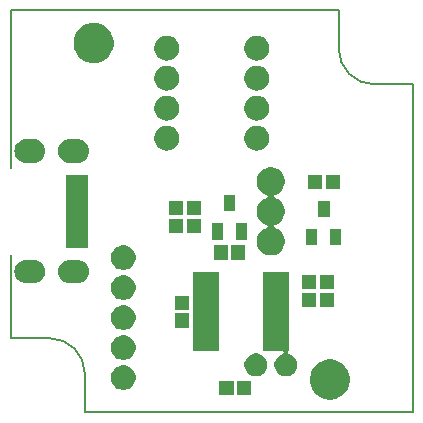
<source format=gbs>
G04 #@! TF.GenerationSoftware,KiCad,Pcbnew,5.0.1*
G04 #@! TF.CreationDate,2019-01-10T18:43:16+01:00*
G04 #@! TF.ProjectId,arachnorepel,61726163686E6F726570656C2E6B6963,rev?*
G04 #@! TF.SameCoordinates,Original*
G04 #@! TF.FileFunction,Soldermask,Bot*
G04 #@! TF.FilePolarity,Negative*
%FSLAX46Y46*%
G04 Gerber Fmt 4.6, Leading zero omitted, Abs format (unit mm)*
G04 Created by KiCad (PCBNEW 5.0.1) date Do 10 Jan 2019 18:43:16 CET*
%MOMM*%
%LPD*%
G01*
G04 APERTURE LIST*
%ADD10C,0.150000*%
%ADD11C,0.100000*%
G04 APERTURE END LIST*
D10*
X83000000Y-110750000D02*
X83000000Y-103700000D01*
X110750000Y-86250000D02*
G75*
G03X113750000Y-89250000I3000000J0D01*
G01*
X89250000Y-113750000D02*
G75*
G03X86250000Y-110750000I-3000000J0D01*
G01*
X89250000Y-113750000D02*
X89250000Y-117000000D01*
X83000000Y-110750000D02*
X86250000Y-110750000D01*
X110750000Y-86250000D02*
X110750000Y-83000000D01*
X117000000Y-89250000D02*
X113750000Y-89250000D01*
X83000000Y-96300000D02*
X83000000Y-83000000D01*
X117000000Y-117000000D02*
X89250000Y-117000000D01*
X117000000Y-89250000D02*
X117000000Y-117000000D01*
X83000000Y-83000000D02*
X110750000Y-83000000D01*
D11*
G36*
X110331628Y-112582792D02*
X110495834Y-112615455D01*
X110623973Y-112668532D01*
X110805189Y-112743594D01*
X111083607Y-112929627D01*
X111320373Y-113166393D01*
X111506406Y-113444811D01*
X111576171Y-113613239D01*
X111631674Y-113747234D01*
X111634545Y-113754167D01*
X111699870Y-114082576D01*
X111699870Y-114417424D01*
X111634545Y-114745833D01*
X111506406Y-115055189D01*
X111320373Y-115333607D01*
X111083607Y-115570373D01*
X110805189Y-115756406D01*
X110623973Y-115831468D01*
X110495834Y-115884545D01*
X110331628Y-115917208D01*
X110167424Y-115949870D01*
X109832576Y-115949870D01*
X109668372Y-115917208D01*
X109504166Y-115884545D01*
X109376027Y-115831468D01*
X109194811Y-115756406D01*
X108916393Y-115570373D01*
X108679627Y-115333607D01*
X108493594Y-115055189D01*
X108365455Y-114745833D01*
X108300130Y-114417424D01*
X108300130Y-114082576D01*
X108365455Y-113754167D01*
X108368327Y-113747234D01*
X108423829Y-113613239D01*
X108493594Y-113444811D01*
X108679627Y-113166393D01*
X108916393Y-112929627D01*
X109194811Y-112743594D01*
X109376027Y-112668532D01*
X109504166Y-112615455D01*
X109668372Y-112582792D01*
X109832576Y-112550130D01*
X110167424Y-112550130D01*
X110331628Y-112582792D01*
X110331628Y-112582792D01*
G37*
G36*
X103350000Y-115600000D02*
X102150000Y-115600000D01*
X102150000Y-114400000D01*
X103350000Y-114400000D01*
X103350000Y-115600000D01*
X103350000Y-115600000D01*
G37*
G36*
X101850000Y-115600000D02*
X100650000Y-115600000D01*
X100650000Y-114400000D01*
X101850000Y-114400000D01*
X101850000Y-115600000D01*
X101850000Y-115600000D01*
G37*
G36*
X92625888Y-113034470D02*
X92806274Y-113070350D01*
X92997362Y-113149502D01*
X93169336Y-113264411D01*
X93315589Y-113410664D01*
X93430498Y-113582638D01*
X93509650Y-113773726D01*
X93550000Y-113976584D01*
X93550000Y-114183416D01*
X93509650Y-114386274D01*
X93430498Y-114577362D01*
X93315589Y-114749336D01*
X93169336Y-114895589D01*
X92997362Y-115010498D01*
X92806274Y-115089650D01*
X92625888Y-115125530D01*
X92603417Y-115130000D01*
X92396583Y-115130000D01*
X92374112Y-115125530D01*
X92193726Y-115089650D01*
X92002638Y-115010498D01*
X91830664Y-114895589D01*
X91684411Y-114749336D01*
X91569502Y-114577362D01*
X91490350Y-114386274D01*
X91450000Y-114183416D01*
X91450000Y-113976584D01*
X91490350Y-113773726D01*
X91569502Y-113582638D01*
X91684411Y-113410664D01*
X91830664Y-113264411D01*
X92002638Y-113149502D01*
X92193726Y-113070350D01*
X92374112Y-113034470D01*
X92396583Y-113030000D01*
X92603417Y-113030000D01*
X92625888Y-113034470D01*
X92625888Y-113034470D01*
G37*
G36*
X104010603Y-112074968D02*
X104010606Y-112074969D01*
X104010605Y-112074969D01*
X104185678Y-112147486D01*
X104185679Y-112147487D01*
X104343241Y-112252767D01*
X104477233Y-112386759D01*
X104477234Y-112386761D01*
X104582514Y-112544322D01*
X104601434Y-112590000D01*
X104655032Y-112719397D01*
X104692000Y-112905250D01*
X104692000Y-113094750D01*
X104655032Y-113280603D01*
X104655031Y-113280605D01*
X104582514Y-113455678D01*
X104582513Y-113455679D01*
X104477233Y-113613241D01*
X104343241Y-113747233D01*
X104303587Y-113773729D01*
X104185678Y-113852514D01*
X104050266Y-113908603D01*
X104010603Y-113925032D01*
X103824750Y-113962000D01*
X103635250Y-113962000D01*
X103449397Y-113925032D01*
X103409734Y-113908603D01*
X103274322Y-113852514D01*
X103156413Y-113773729D01*
X103116759Y-113747233D01*
X102982767Y-113613241D01*
X102877487Y-113455679D01*
X102877486Y-113455678D01*
X102804969Y-113280605D01*
X102804968Y-113280603D01*
X102768000Y-113094750D01*
X102768000Y-112905250D01*
X102804968Y-112719397D01*
X102858566Y-112590000D01*
X102877486Y-112544322D01*
X102982766Y-112386761D01*
X102982767Y-112386759D01*
X103116759Y-112252767D01*
X103274321Y-112147487D01*
X103274322Y-112147486D01*
X103449395Y-112074969D01*
X103449394Y-112074969D01*
X103449397Y-112074968D01*
X103635250Y-112038000D01*
X103824750Y-112038000D01*
X104010603Y-112074968D01*
X104010603Y-112074968D01*
G37*
G36*
X106560000Y-111825303D02*
X106538689Y-111827402D01*
X106515240Y-111834515D01*
X106493629Y-111846066D01*
X106474687Y-111861612D01*
X106459141Y-111880554D01*
X106447590Y-111902165D01*
X106440477Y-111925614D01*
X106438075Y-111950000D01*
X106440477Y-111974386D01*
X106447590Y-111997835D01*
X106459141Y-112019446D01*
X106474687Y-112038388D01*
X106493629Y-112053934D01*
X106515240Y-112065485D01*
X106538689Y-112072598D01*
X106550603Y-112074968D01*
X106550606Y-112074969D01*
X106550605Y-112074969D01*
X106725678Y-112147486D01*
X106725679Y-112147487D01*
X106883241Y-112252767D01*
X107017233Y-112386759D01*
X107017234Y-112386761D01*
X107122514Y-112544322D01*
X107141434Y-112590000D01*
X107195032Y-112719397D01*
X107232000Y-112905250D01*
X107232000Y-113094750D01*
X107195032Y-113280603D01*
X107195031Y-113280605D01*
X107122514Y-113455678D01*
X107122513Y-113455679D01*
X107017233Y-113613241D01*
X106883241Y-113747233D01*
X106843587Y-113773729D01*
X106725678Y-113852514D01*
X106590266Y-113908603D01*
X106550603Y-113925032D01*
X106364750Y-113962000D01*
X106175250Y-113962000D01*
X105989397Y-113925032D01*
X105949734Y-113908603D01*
X105814322Y-113852514D01*
X105696413Y-113773729D01*
X105656759Y-113747233D01*
X105522767Y-113613241D01*
X105417487Y-113455679D01*
X105417486Y-113455678D01*
X105344969Y-113280605D01*
X105344968Y-113280603D01*
X105308000Y-113094750D01*
X105308000Y-112905250D01*
X105344968Y-112719397D01*
X105398566Y-112590000D01*
X105417486Y-112544322D01*
X105522766Y-112386761D01*
X105522767Y-112386759D01*
X105656759Y-112252767D01*
X105814321Y-112147487D01*
X105814322Y-112147486D01*
X105989395Y-112074969D01*
X105989394Y-112074969D01*
X105989397Y-112074968D01*
X106001311Y-112072598D01*
X106024760Y-112065485D01*
X106046371Y-112053934D01*
X106065313Y-112038389D01*
X106080858Y-112019447D01*
X106092410Y-111997836D01*
X106099523Y-111974387D01*
X106101925Y-111950001D01*
X106099523Y-111925614D01*
X106092410Y-111902165D01*
X106080859Y-111880554D01*
X106065314Y-111861612D01*
X106046372Y-111846067D01*
X106024761Y-111834515D01*
X106001312Y-111827402D01*
X105976925Y-111825000D01*
X104380000Y-111825000D01*
X104380000Y-105175000D01*
X106560000Y-105175000D01*
X106560000Y-111825303D01*
X106560000Y-111825303D01*
G37*
G36*
X92625888Y-110494470D02*
X92806274Y-110530350D01*
X92997362Y-110609502D01*
X93169336Y-110724411D01*
X93315589Y-110870664D01*
X93430498Y-111042638D01*
X93509650Y-111233726D01*
X93550000Y-111436584D01*
X93550000Y-111643416D01*
X93509650Y-111846274D01*
X93430498Y-112037362D01*
X93315589Y-112209336D01*
X93169336Y-112355589D01*
X92997362Y-112470498D01*
X92806274Y-112549650D01*
X92625888Y-112585530D01*
X92603417Y-112590000D01*
X92396583Y-112590000D01*
X92374112Y-112585530D01*
X92193726Y-112549650D01*
X92002638Y-112470498D01*
X91830664Y-112355589D01*
X91684411Y-112209336D01*
X91569502Y-112037362D01*
X91490350Y-111846274D01*
X91450000Y-111643416D01*
X91450000Y-111436584D01*
X91490350Y-111233726D01*
X91569502Y-111042638D01*
X91684411Y-110870664D01*
X91830664Y-110724411D01*
X92002638Y-110609502D01*
X92193726Y-110530350D01*
X92374112Y-110494470D01*
X92396583Y-110490000D01*
X92603417Y-110490000D01*
X92625888Y-110494470D01*
X92625888Y-110494470D01*
G37*
G36*
X100620000Y-111825000D02*
X98440000Y-111825000D01*
X98440000Y-105175000D01*
X100620000Y-105175000D01*
X100620000Y-111825000D01*
X100620000Y-111825000D01*
G37*
G36*
X92625888Y-107954470D02*
X92806274Y-107990350D01*
X92997362Y-108069502D01*
X93169336Y-108184411D01*
X93315589Y-108330664D01*
X93430498Y-108502638D01*
X93509650Y-108693726D01*
X93550000Y-108896584D01*
X93550000Y-109103416D01*
X93509650Y-109306274D01*
X93430498Y-109497362D01*
X93315589Y-109669336D01*
X93169336Y-109815589D01*
X92997362Y-109930498D01*
X92806274Y-110009650D01*
X92625888Y-110045530D01*
X92603417Y-110050000D01*
X92396583Y-110050000D01*
X92374112Y-110045530D01*
X92193726Y-110009650D01*
X92002638Y-109930498D01*
X91830664Y-109815589D01*
X91684411Y-109669336D01*
X91569502Y-109497362D01*
X91490350Y-109306274D01*
X91450000Y-109103416D01*
X91450000Y-108896584D01*
X91490350Y-108693726D01*
X91569502Y-108502638D01*
X91684411Y-108330664D01*
X91830664Y-108184411D01*
X92002638Y-108069502D01*
X92193726Y-107990350D01*
X92374112Y-107954470D01*
X92396583Y-107950000D01*
X92603417Y-107950000D01*
X92625888Y-107954470D01*
X92625888Y-107954470D01*
G37*
G36*
X98100000Y-109850000D02*
X96900000Y-109850000D01*
X96900000Y-108650000D01*
X98100000Y-108650000D01*
X98100000Y-109850000D01*
X98100000Y-109850000D01*
G37*
G36*
X98100000Y-108350000D02*
X96900000Y-108350000D01*
X96900000Y-107150000D01*
X98100000Y-107150000D01*
X98100000Y-108350000D01*
X98100000Y-108350000D01*
G37*
G36*
X110350000Y-108100000D02*
X109150000Y-108100000D01*
X109150000Y-106900000D01*
X110350000Y-106900000D01*
X110350000Y-108100000D01*
X110350000Y-108100000D01*
G37*
G36*
X108850000Y-108100000D02*
X107650000Y-108100000D01*
X107650000Y-106900000D01*
X108850000Y-106900000D01*
X108850000Y-108100000D01*
X108850000Y-108100000D01*
G37*
G36*
X92625888Y-105414470D02*
X92806274Y-105450350D01*
X92997362Y-105529502D01*
X93169336Y-105644411D01*
X93315589Y-105790664D01*
X93430498Y-105962638D01*
X93509650Y-106153726D01*
X93550000Y-106356584D01*
X93550000Y-106563416D01*
X93509650Y-106766274D01*
X93430498Y-106957362D01*
X93315589Y-107129336D01*
X93169336Y-107275589D01*
X92997362Y-107390498D01*
X92806274Y-107469650D01*
X92625888Y-107505530D01*
X92603417Y-107510000D01*
X92396583Y-107510000D01*
X92374112Y-107505530D01*
X92193726Y-107469650D01*
X92002638Y-107390498D01*
X91830664Y-107275589D01*
X91684411Y-107129336D01*
X91569502Y-106957362D01*
X91490350Y-106766274D01*
X91450000Y-106563416D01*
X91450000Y-106356584D01*
X91490350Y-106153726D01*
X91569502Y-105962638D01*
X91684411Y-105790664D01*
X91830664Y-105644411D01*
X92002638Y-105529502D01*
X92193726Y-105450350D01*
X92374112Y-105414470D01*
X92396583Y-105410000D01*
X92603417Y-105410000D01*
X92625888Y-105414470D01*
X92625888Y-105414470D01*
G37*
G36*
X108850000Y-106600000D02*
X107650000Y-106600000D01*
X107650000Y-105400000D01*
X108850000Y-105400000D01*
X108850000Y-106600000D01*
X108850000Y-106600000D01*
G37*
G36*
X110350000Y-106600000D02*
X109150000Y-106600000D01*
X109150000Y-105400000D01*
X110350000Y-105400000D01*
X110350000Y-106600000D01*
X110350000Y-106600000D01*
G37*
G36*
X85096030Y-104114469D02*
X85096033Y-104114470D01*
X85096034Y-104114470D01*
X85284535Y-104171651D01*
X85284537Y-104171652D01*
X85458260Y-104264509D01*
X85610528Y-104389472D01*
X85735491Y-104541740D01*
X85735492Y-104541742D01*
X85828349Y-104715465D01*
X85885530Y-104903966D01*
X85885531Y-104903970D01*
X85904838Y-105100000D01*
X85885531Y-105296030D01*
X85885530Y-105296033D01*
X85885530Y-105296034D01*
X85838719Y-105450351D01*
X85828348Y-105484537D01*
X85735491Y-105658260D01*
X85610528Y-105810528D01*
X85458260Y-105935491D01*
X85384344Y-105975000D01*
X85284535Y-106028349D01*
X85096034Y-106085530D01*
X85096033Y-106085530D01*
X85096030Y-106085531D01*
X84949124Y-106100000D01*
X84250876Y-106100000D01*
X84103970Y-106085531D01*
X84103967Y-106085530D01*
X84103966Y-106085530D01*
X83915465Y-106028349D01*
X83815656Y-105975000D01*
X83741740Y-105935491D01*
X83589472Y-105810528D01*
X83464509Y-105658260D01*
X83371652Y-105484537D01*
X83361282Y-105450351D01*
X83314470Y-105296034D01*
X83314470Y-105296033D01*
X83314469Y-105296030D01*
X83295162Y-105100000D01*
X83314469Y-104903970D01*
X83314470Y-104903966D01*
X83371651Y-104715465D01*
X83464508Y-104541742D01*
X83464509Y-104541740D01*
X83589472Y-104389472D01*
X83741740Y-104264509D01*
X83915463Y-104171652D01*
X83915465Y-104171651D01*
X84103966Y-104114470D01*
X84103967Y-104114470D01*
X84103970Y-104114469D01*
X84250876Y-104100000D01*
X84949124Y-104100000D01*
X85096030Y-104114469D01*
X85096030Y-104114469D01*
G37*
G36*
X88796030Y-104114469D02*
X88796033Y-104114470D01*
X88796034Y-104114470D01*
X88984535Y-104171651D01*
X88984537Y-104171652D01*
X89158260Y-104264509D01*
X89310528Y-104389472D01*
X89435491Y-104541740D01*
X89435492Y-104541742D01*
X89528349Y-104715465D01*
X89585530Y-104903966D01*
X89585531Y-104903970D01*
X89604838Y-105100000D01*
X89585531Y-105296030D01*
X89585530Y-105296033D01*
X89585530Y-105296034D01*
X89538719Y-105450351D01*
X89528348Y-105484537D01*
X89435491Y-105658260D01*
X89310528Y-105810528D01*
X89158260Y-105935491D01*
X89084344Y-105975000D01*
X88984535Y-106028349D01*
X88796034Y-106085530D01*
X88796033Y-106085530D01*
X88796030Y-106085531D01*
X88649124Y-106100000D01*
X87950876Y-106100000D01*
X87803970Y-106085531D01*
X87803967Y-106085530D01*
X87803966Y-106085530D01*
X87615465Y-106028349D01*
X87515656Y-105975000D01*
X87441740Y-105935491D01*
X87289472Y-105810528D01*
X87164509Y-105658260D01*
X87071652Y-105484537D01*
X87061282Y-105450351D01*
X87014470Y-105296034D01*
X87014470Y-105296033D01*
X87014469Y-105296030D01*
X86995162Y-105100000D01*
X87014469Y-104903970D01*
X87014470Y-104903966D01*
X87071651Y-104715465D01*
X87164508Y-104541742D01*
X87164509Y-104541740D01*
X87289472Y-104389472D01*
X87441740Y-104264509D01*
X87615463Y-104171652D01*
X87615465Y-104171651D01*
X87803966Y-104114470D01*
X87803967Y-104114470D01*
X87803970Y-104114469D01*
X87950876Y-104100000D01*
X88649124Y-104100000D01*
X88796030Y-104114469D01*
X88796030Y-104114469D01*
G37*
G36*
X92625888Y-102874470D02*
X92806274Y-102910350D01*
X92997362Y-102989502D01*
X93169336Y-103104411D01*
X93315589Y-103250664D01*
X93430498Y-103422638D01*
X93509650Y-103613726D01*
X93550000Y-103816584D01*
X93550000Y-104023416D01*
X93509650Y-104226274D01*
X93430498Y-104417362D01*
X93315589Y-104589336D01*
X93169336Y-104735589D01*
X92997362Y-104850498D01*
X92806274Y-104929650D01*
X92625888Y-104965530D01*
X92603417Y-104970000D01*
X92396583Y-104970000D01*
X92374112Y-104965530D01*
X92193726Y-104929650D01*
X92002638Y-104850498D01*
X91830664Y-104735589D01*
X91684411Y-104589336D01*
X91569502Y-104417362D01*
X91490350Y-104226274D01*
X91450000Y-104023416D01*
X91450000Y-103816584D01*
X91490350Y-103613726D01*
X91569502Y-103422638D01*
X91684411Y-103250664D01*
X91830664Y-103104411D01*
X92002638Y-102989502D01*
X92193726Y-102910350D01*
X92374112Y-102874470D01*
X92396583Y-102870000D01*
X92603417Y-102870000D01*
X92625888Y-102874470D01*
X92625888Y-102874470D01*
G37*
G36*
X102850000Y-104100000D02*
X101650000Y-104100000D01*
X101650000Y-102900000D01*
X102850000Y-102900000D01*
X102850000Y-104100000D01*
X102850000Y-104100000D01*
G37*
G36*
X101350000Y-104100000D02*
X100150000Y-104100000D01*
X100150000Y-102900000D01*
X101350000Y-102900000D01*
X101350000Y-104100000D01*
X101350000Y-104100000D01*
G37*
G36*
X105349876Y-96306605D02*
X105568172Y-96397026D01*
X105764633Y-96528297D01*
X105931703Y-96695367D01*
X106062974Y-96891828D01*
X106153395Y-97110124D01*
X106199490Y-97341859D01*
X106199490Y-97578141D01*
X106153395Y-97809876D01*
X106062974Y-98028172D01*
X105931703Y-98224633D01*
X105764633Y-98391703D01*
X105568172Y-98522974D01*
X105347173Y-98614515D01*
X105325563Y-98626066D01*
X105306621Y-98641612D01*
X105291075Y-98660554D01*
X105279524Y-98682165D01*
X105272411Y-98705614D01*
X105270009Y-98730000D01*
X105272411Y-98754386D01*
X105279524Y-98777836D01*
X105291075Y-98799446D01*
X105306621Y-98818388D01*
X105325563Y-98833934D01*
X105347173Y-98845485D01*
X105568172Y-98937026D01*
X105764633Y-99068297D01*
X105931703Y-99235367D01*
X106062974Y-99431828D01*
X106153395Y-99650124D01*
X106199490Y-99881859D01*
X106199490Y-100118141D01*
X106153395Y-100349876D01*
X106062974Y-100568172D01*
X105931703Y-100764633D01*
X105764633Y-100931703D01*
X105568172Y-101062974D01*
X105347173Y-101154515D01*
X105325563Y-101166066D01*
X105306621Y-101181612D01*
X105291075Y-101200554D01*
X105279524Y-101222165D01*
X105272411Y-101245614D01*
X105270009Y-101270000D01*
X105272411Y-101294386D01*
X105279524Y-101317836D01*
X105291075Y-101339446D01*
X105306621Y-101358388D01*
X105325563Y-101373934D01*
X105347173Y-101385485D01*
X105568172Y-101477026D01*
X105764633Y-101608297D01*
X105931703Y-101775367D01*
X106062974Y-101971828D01*
X106153395Y-102190124D01*
X106199490Y-102421859D01*
X106199490Y-102658141D01*
X106153395Y-102889876D01*
X106062974Y-103108172D01*
X105931703Y-103304633D01*
X105764633Y-103471703D01*
X105568172Y-103602974D01*
X105349876Y-103693395D01*
X105118141Y-103739490D01*
X104881859Y-103739490D01*
X104650124Y-103693395D01*
X104431828Y-103602974D01*
X104235367Y-103471703D01*
X104068297Y-103304633D01*
X103937026Y-103108172D01*
X103846605Y-102889876D01*
X103800510Y-102658141D01*
X103800510Y-102421859D01*
X103846605Y-102190124D01*
X103937026Y-101971828D01*
X104068297Y-101775367D01*
X104235367Y-101608297D01*
X104431828Y-101477026D01*
X104652827Y-101385485D01*
X104674437Y-101373934D01*
X104693379Y-101358388D01*
X104708925Y-101339446D01*
X104720476Y-101317835D01*
X104727589Y-101294386D01*
X104729991Y-101270000D01*
X104727589Y-101245614D01*
X104720476Y-101222164D01*
X104708925Y-101200554D01*
X104693379Y-101181612D01*
X104674437Y-101166066D01*
X104652827Y-101154515D01*
X104431828Y-101062974D01*
X104235367Y-100931703D01*
X104068297Y-100764633D01*
X103937026Y-100568172D01*
X103846605Y-100349876D01*
X103800510Y-100118141D01*
X103800510Y-99881859D01*
X103846605Y-99650124D01*
X103937026Y-99431828D01*
X104068297Y-99235367D01*
X104235367Y-99068297D01*
X104431828Y-98937026D01*
X104652827Y-98845485D01*
X104674437Y-98833934D01*
X104693379Y-98818388D01*
X104708925Y-98799446D01*
X104720476Y-98777835D01*
X104727589Y-98754386D01*
X104729991Y-98730000D01*
X104727589Y-98705614D01*
X104720476Y-98682164D01*
X104708925Y-98660554D01*
X104693379Y-98641612D01*
X104674437Y-98626066D01*
X104652827Y-98614515D01*
X104431828Y-98522974D01*
X104235367Y-98391703D01*
X104068297Y-98224633D01*
X103937026Y-98028172D01*
X103846605Y-97809876D01*
X103800510Y-97578141D01*
X103800510Y-97341859D01*
X103846605Y-97110124D01*
X103937026Y-96891828D01*
X104068297Y-96695367D01*
X104235367Y-96528297D01*
X104431828Y-96397026D01*
X104650124Y-96306605D01*
X104881859Y-96260510D01*
X105118141Y-96260510D01*
X105349876Y-96306605D01*
X105349876Y-96306605D01*
G37*
G36*
X89550000Y-103100000D02*
X87650000Y-103100000D01*
X87650000Y-96900000D01*
X89550000Y-96900000D01*
X89550000Y-103100000D01*
X89550000Y-103100000D01*
G37*
G36*
X108949430Y-102899260D02*
X107998250Y-102899260D01*
X107998250Y-101498500D01*
X108949430Y-101498500D01*
X108949430Y-102899260D01*
X108949430Y-102899260D01*
G37*
G36*
X110976350Y-102899260D02*
X110025170Y-102899260D01*
X110025170Y-101498500D01*
X110976350Y-101498500D01*
X110976350Y-102899260D01*
X110976350Y-102899260D01*
G37*
G36*
X100949430Y-102399260D02*
X99998250Y-102399260D01*
X99998250Y-100998500D01*
X100949430Y-100998500D01*
X100949430Y-102399260D01*
X100949430Y-102399260D01*
G37*
G36*
X102976350Y-102399260D02*
X102025170Y-102399260D01*
X102025170Y-100998500D01*
X102976350Y-100998500D01*
X102976350Y-102399260D01*
X102976350Y-102399260D01*
G37*
G36*
X97600000Y-101850000D02*
X96400000Y-101850000D01*
X96400000Y-100650000D01*
X97600000Y-100650000D01*
X97600000Y-101850000D01*
X97600000Y-101850000D01*
G37*
G36*
X99100000Y-101850000D02*
X97900000Y-101850000D01*
X97900000Y-100650000D01*
X99100000Y-100650000D01*
X99100000Y-101850000D01*
X99100000Y-101850000D01*
G37*
G36*
X109975590Y-100501500D02*
X109024410Y-100501500D01*
X109024410Y-99100740D01*
X109975590Y-99100740D01*
X109975590Y-100501500D01*
X109975590Y-100501500D01*
G37*
G36*
X99100000Y-100350000D02*
X97900000Y-100350000D01*
X97900000Y-99150000D01*
X99100000Y-99150000D01*
X99100000Y-100350000D01*
X99100000Y-100350000D01*
G37*
G36*
X97600000Y-100350000D02*
X96400000Y-100350000D01*
X96400000Y-99150000D01*
X97600000Y-99150000D01*
X97600000Y-100350000D01*
X97600000Y-100350000D01*
G37*
G36*
X101975590Y-100001500D02*
X101024410Y-100001500D01*
X101024410Y-98600740D01*
X101975590Y-98600740D01*
X101975590Y-100001500D01*
X101975590Y-100001500D01*
G37*
G36*
X109350000Y-98100000D02*
X108150000Y-98100000D01*
X108150000Y-96900000D01*
X109350000Y-96900000D01*
X109350000Y-98100000D01*
X109350000Y-98100000D01*
G37*
G36*
X110850000Y-98100000D02*
X109650000Y-98100000D01*
X109650000Y-96900000D01*
X110850000Y-96900000D01*
X110850000Y-98100000D01*
X110850000Y-98100000D01*
G37*
G36*
X88796030Y-93914469D02*
X88796033Y-93914470D01*
X88796034Y-93914470D01*
X88984535Y-93971651D01*
X88984537Y-93971652D01*
X89158260Y-94064509D01*
X89310528Y-94189472D01*
X89435491Y-94341740D01*
X89435492Y-94341742D01*
X89528349Y-94515465D01*
X89585530Y-94703966D01*
X89585531Y-94703970D01*
X89604838Y-94900000D01*
X89585531Y-95096030D01*
X89528348Y-95284537D01*
X89435491Y-95458260D01*
X89310528Y-95610528D01*
X89158260Y-95735491D01*
X89158258Y-95735492D01*
X88984535Y-95828349D01*
X88796034Y-95885530D01*
X88796033Y-95885530D01*
X88796030Y-95885531D01*
X88649124Y-95900000D01*
X87950876Y-95900000D01*
X87803970Y-95885531D01*
X87803967Y-95885530D01*
X87803966Y-95885530D01*
X87615465Y-95828349D01*
X87441742Y-95735492D01*
X87441740Y-95735491D01*
X87289472Y-95610528D01*
X87164509Y-95458260D01*
X87071652Y-95284537D01*
X87014469Y-95096030D01*
X86995162Y-94900000D01*
X87014469Y-94703970D01*
X87014470Y-94703966D01*
X87071651Y-94515465D01*
X87164508Y-94341742D01*
X87164509Y-94341740D01*
X87289472Y-94189472D01*
X87441740Y-94064509D01*
X87615463Y-93971652D01*
X87615465Y-93971651D01*
X87803966Y-93914470D01*
X87803967Y-93914470D01*
X87803970Y-93914469D01*
X87950876Y-93900000D01*
X88649124Y-93900000D01*
X88796030Y-93914469D01*
X88796030Y-93914469D01*
G37*
G36*
X85096030Y-93914469D02*
X85096033Y-93914470D01*
X85096034Y-93914470D01*
X85284535Y-93971651D01*
X85284537Y-93971652D01*
X85458260Y-94064509D01*
X85610528Y-94189472D01*
X85735491Y-94341740D01*
X85735492Y-94341742D01*
X85828349Y-94515465D01*
X85885530Y-94703966D01*
X85885531Y-94703970D01*
X85904838Y-94900000D01*
X85885531Y-95096030D01*
X85828348Y-95284537D01*
X85735491Y-95458260D01*
X85610528Y-95610528D01*
X85458260Y-95735491D01*
X85458258Y-95735492D01*
X85284535Y-95828349D01*
X85096034Y-95885530D01*
X85096033Y-95885530D01*
X85096030Y-95885531D01*
X84949124Y-95900000D01*
X84250876Y-95900000D01*
X84103970Y-95885531D01*
X84103967Y-95885530D01*
X84103966Y-95885530D01*
X83915465Y-95828349D01*
X83741742Y-95735492D01*
X83741740Y-95735491D01*
X83589472Y-95610528D01*
X83464509Y-95458260D01*
X83371652Y-95284537D01*
X83314469Y-95096030D01*
X83295162Y-94900000D01*
X83314469Y-94703970D01*
X83314470Y-94703966D01*
X83371651Y-94515465D01*
X83464508Y-94341742D01*
X83464509Y-94341740D01*
X83589472Y-94189472D01*
X83741740Y-94064509D01*
X83915463Y-93971652D01*
X83915465Y-93971651D01*
X84103966Y-93914470D01*
X84103967Y-93914470D01*
X84103970Y-93914469D01*
X84250876Y-93900000D01*
X84949124Y-93900000D01*
X85096030Y-93914469D01*
X85096030Y-93914469D01*
G37*
G36*
X96315888Y-92764470D02*
X96496274Y-92800350D01*
X96687362Y-92879502D01*
X96859336Y-92994411D01*
X97005589Y-93140664D01*
X97120498Y-93312638D01*
X97199650Y-93503726D01*
X97235530Y-93684112D01*
X97240000Y-93706583D01*
X97240000Y-93913417D01*
X97235530Y-93935888D01*
X97199650Y-94116274D01*
X97120498Y-94307362D01*
X97005589Y-94479336D01*
X96859336Y-94625589D01*
X96687362Y-94740498D01*
X96496274Y-94819650D01*
X96315888Y-94855530D01*
X96293417Y-94860000D01*
X96086583Y-94860000D01*
X96064112Y-94855530D01*
X95883726Y-94819650D01*
X95692638Y-94740498D01*
X95520664Y-94625589D01*
X95374411Y-94479336D01*
X95259502Y-94307362D01*
X95180350Y-94116274D01*
X95144470Y-93935888D01*
X95140000Y-93913417D01*
X95140000Y-93706583D01*
X95144470Y-93684112D01*
X95180350Y-93503726D01*
X95259502Y-93312638D01*
X95374411Y-93140664D01*
X95520664Y-92994411D01*
X95692638Y-92879502D01*
X95883726Y-92800350D01*
X96064112Y-92764470D01*
X96086583Y-92760000D01*
X96293417Y-92760000D01*
X96315888Y-92764470D01*
X96315888Y-92764470D01*
G37*
G36*
X103935888Y-92764470D02*
X104116274Y-92800350D01*
X104307362Y-92879502D01*
X104479336Y-92994411D01*
X104625589Y-93140664D01*
X104740498Y-93312638D01*
X104819650Y-93503726D01*
X104855530Y-93684112D01*
X104860000Y-93706583D01*
X104860000Y-93913417D01*
X104855530Y-93935888D01*
X104819650Y-94116274D01*
X104740498Y-94307362D01*
X104625589Y-94479336D01*
X104479336Y-94625589D01*
X104307362Y-94740498D01*
X104116274Y-94819650D01*
X103935888Y-94855530D01*
X103913417Y-94860000D01*
X103706583Y-94860000D01*
X103684112Y-94855530D01*
X103503726Y-94819650D01*
X103312638Y-94740498D01*
X103140664Y-94625589D01*
X102994411Y-94479336D01*
X102879502Y-94307362D01*
X102800350Y-94116274D01*
X102764470Y-93935888D01*
X102760000Y-93913417D01*
X102760000Y-93706583D01*
X102764470Y-93684112D01*
X102800350Y-93503726D01*
X102879502Y-93312638D01*
X102994411Y-93140664D01*
X103140664Y-92994411D01*
X103312638Y-92879502D01*
X103503726Y-92800350D01*
X103684112Y-92764470D01*
X103706583Y-92760000D01*
X103913417Y-92760000D01*
X103935888Y-92764470D01*
X103935888Y-92764470D01*
G37*
G36*
X96315888Y-90224470D02*
X96496274Y-90260350D01*
X96687362Y-90339502D01*
X96859336Y-90454411D01*
X97005589Y-90600664D01*
X97120498Y-90772638D01*
X97199650Y-90963726D01*
X97240000Y-91166584D01*
X97240000Y-91373416D01*
X97199650Y-91576274D01*
X97120498Y-91767362D01*
X97005589Y-91939336D01*
X96859336Y-92085589D01*
X96687362Y-92200498D01*
X96496274Y-92279650D01*
X96315888Y-92315530D01*
X96293417Y-92320000D01*
X96086583Y-92320000D01*
X96064112Y-92315530D01*
X95883726Y-92279650D01*
X95692638Y-92200498D01*
X95520664Y-92085589D01*
X95374411Y-91939336D01*
X95259502Y-91767362D01*
X95180350Y-91576274D01*
X95140000Y-91373416D01*
X95140000Y-91166584D01*
X95180350Y-90963726D01*
X95259502Y-90772638D01*
X95374411Y-90600664D01*
X95520664Y-90454411D01*
X95692638Y-90339502D01*
X95883726Y-90260350D01*
X96064112Y-90224470D01*
X96086583Y-90220000D01*
X96293417Y-90220000D01*
X96315888Y-90224470D01*
X96315888Y-90224470D01*
G37*
G36*
X103935888Y-90224470D02*
X104116274Y-90260350D01*
X104307362Y-90339502D01*
X104479336Y-90454411D01*
X104625589Y-90600664D01*
X104740498Y-90772638D01*
X104819650Y-90963726D01*
X104860000Y-91166584D01*
X104860000Y-91373416D01*
X104819650Y-91576274D01*
X104740498Y-91767362D01*
X104625589Y-91939336D01*
X104479336Y-92085589D01*
X104307362Y-92200498D01*
X104116274Y-92279650D01*
X103935888Y-92315530D01*
X103913417Y-92320000D01*
X103706583Y-92320000D01*
X103684112Y-92315530D01*
X103503726Y-92279650D01*
X103312638Y-92200498D01*
X103140664Y-92085589D01*
X102994411Y-91939336D01*
X102879502Y-91767362D01*
X102800350Y-91576274D01*
X102760000Y-91373416D01*
X102760000Y-91166584D01*
X102800350Y-90963726D01*
X102879502Y-90772638D01*
X102994411Y-90600664D01*
X103140664Y-90454411D01*
X103312638Y-90339502D01*
X103503726Y-90260350D01*
X103684112Y-90224470D01*
X103706583Y-90220000D01*
X103913417Y-90220000D01*
X103935888Y-90224470D01*
X103935888Y-90224470D01*
G37*
G36*
X103935888Y-87684470D02*
X104116274Y-87720350D01*
X104307362Y-87799502D01*
X104479336Y-87914411D01*
X104625589Y-88060664D01*
X104740498Y-88232638D01*
X104819650Y-88423726D01*
X104860000Y-88626584D01*
X104860000Y-88833416D01*
X104819650Y-89036274D01*
X104740498Y-89227362D01*
X104625589Y-89399336D01*
X104479336Y-89545589D01*
X104307362Y-89660498D01*
X104116274Y-89739650D01*
X103935888Y-89775530D01*
X103913417Y-89780000D01*
X103706583Y-89780000D01*
X103684112Y-89775530D01*
X103503726Y-89739650D01*
X103312638Y-89660498D01*
X103140664Y-89545589D01*
X102994411Y-89399336D01*
X102879502Y-89227362D01*
X102800350Y-89036274D01*
X102760000Y-88833416D01*
X102760000Y-88626584D01*
X102800350Y-88423726D01*
X102879502Y-88232638D01*
X102994411Y-88060664D01*
X103140664Y-87914411D01*
X103312638Y-87799502D01*
X103503726Y-87720350D01*
X103684112Y-87684470D01*
X103706583Y-87680000D01*
X103913417Y-87680000D01*
X103935888Y-87684470D01*
X103935888Y-87684470D01*
G37*
G36*
X96315888Y-87684470D02*
X96496274Y-87720350D01*
X96687362Y-87799502D01*
X96859336Y-87914411D01*
X97005589Y-88060664D01*
X97120498Y-88232638D01*
X97199650Y-88423726D01*
X97240000Y-88626584D01*
X97240000Y-88833416D01*
X97199650Y-89036274D01*
X97120498Y-89227362D01*
X97005589Y-89399336D01*
X96859336Y-89545589D01*
X96687362Y-89660498D01*
X96496274Y-89739650D01*
X96315888Y-89775530D01*
X96293417Y-89780000D01*
X96086583Y-89780000D01*
X96064112Y-89775530D01*
X95883726Y-89739650D01*
X95692638Y-89660498D01*
X95520664Y-89545589D01*
X95374411Y-89399336D01*
X95259502Y-89227362D01*
X95180350Y-89036274D01*
X95140000Y-88833416D01*
X95140000Y-88626584D01*
X95180350Y-88423726D01*
X95259502Y-88232638D01*
X95374411Y-88060664D01*
X95520664Y-87914411D01*
X95692638Y-87799502D01*
X95883726Y-87720350D01*
X96064112Y-87684470D01*
X96086583Y-87680000D01*
X96293417Y-87680000D01*
X96315888Y-87684470D01*
X96315888Y-87684470D01*
G37*
G36*
X90331628Y-84082792D02*
X90495834Y-84115455D01*
X90623973Y-84168532D01*
X90805189Y-84243594D01*
X91083607Y-84429627D01*
X91320373Y-84666393D01*
X91506406Y-84944811D01*
X91581468Y-85126027D01*
X91634545Y-85254166D01*
X91658463Y-85374411D01*
X91699870Y-85582576D01*
X91699870Y-85917424D01*
X91634545Y-86245833D01*
X91506406Y-86555189D01*
X91320373Y-86833607D01*
X91083607Y-87070373D01*
X90805189Y-87256406D01*
X90623973Y-87331468D01*
X90495834Y-87384545D01*
X90331629Y-87417207D01*
X90167424Y-87449870D01*
X89832576Y-87449870D01*
X89668371Y-87417207D01*
X89504166Y-87384545D01*
X89376027Y-87331468D01*
X89194811Y-87256406D01*
X88916393Y-87070373D01*
X88679627Y-86833607D01*
X88493594Y-86555189D01*
X88365455Y-86245833D01*
X88300130Y-85917424D01*
X88300130Y-85582576D01*
X88341537Y-85374411D01*
X88365455Y-85254166D01*
X88418532Y-85126027D01*
X88493594Y-84944811D01*
X88679627Y-84666393D01*
X88916393Y-84429627D01*
X89194811Y-84243594D01*
X89376027Y-84168532D01*
X89504166Y-84115455D01*
X89668372Y-84082792D01*
X89832576Y-84050130D01*
X90167424Y-84050130D01*
X90331628Y-84082792D01*
X90331628Y-84082792D01*
G37*
G36*
X103935888Y-85144470D02*
X104116274Y-85180350D01*
X104307362Y-85259502D01*
X104479336Y-85374411D01*
X104625589Y-85520664D01*
X104740498Y-85692638D01*
X104819650Y-85883726D01*
X104860000Y-86086584D01*
X104860000Y-86293416D01*
X104819650Y-86496274D01*
X104740498Y-86687362D01*
X104625589Y-86859336D01*
X104479336Y-87005589D01*
X104307362Y-87120498D01*
X104116274Y-87199650D01*
X103935888Y-87235530D01*
X103913417Y-87240000D01*
X103706583Y-87240000D01*
X103684112Y-87235530D01*
X103503726Y-87199650D01*
X103312638Y-87120498D01*
X103140664Y-87005589D01*
X102994411Y-86859336D01*
X102879502Y-86687362D01*
X102800350Y-86496274D01*
X102760000Y-86293416D01*
X102760000Y-86086584D01*
X102800350Y-85883726D01*
X102879502Y-85692638D01*
X102994411Y-85520664D01*
X103140664Y-85374411D01*
X103312638Y-85259502D01*
X103503726Y-85180350D01*
X103684112Y-85144470D01*
X103706583Y-85140000D01*
X103913417Y-85140000D01*
X103935888Y-85144470D01*
X103935888Y-85144470D01*
G37*
G36*
X96315888Y-85144470D02*
X96496274Y-85180350D01*
X96687362Y-85259502D01*
X96859336Y-85374411D01*
X97005589Y-85520664D01*
X97120498Y-85692638D01*
X97199650Y-85883726D01*
X97240000Y-86086584D01*
X97240000Y-86293416D01*
X97199650Y-86496274D01*
X97120498Y-86687362D01*
X97005589Y-86859336D01*
X96859336Y-87005589D01*
X96687362Y-87120498D01*
X96496274Y-87199650D01*
X96315888Y-87235530D01*
X96293417Y-87240000D01*
X96086583Y-87240000D01*
X96064112Y-87235530D01*
X95883726Y-87199650D01*
X95692638Y-87120498D01*
X95520664Y-87005589D01*
X95374411Y-86859336D01*
X95259502Y-86687362D01*
X95180350Y-86496274D01*
X95140000Y-86293416D01*
X95140000Y-86086584D01*
X95180350Y-85883726D01*
X95259502Y-85692638D01*
X95374411Y-85520664D01*
X95520664Y-85374411D01*
X95692638Y-85259502D01*
X95883726Y-85180350D01*
X96064112Y-85144470D01*
X96086583Y-85140000D01*
X96293417Y-85140000D01*
X96315888Y-85144470D01*
X96315888Y-85144470D01*
G37*
M02*

</source>
